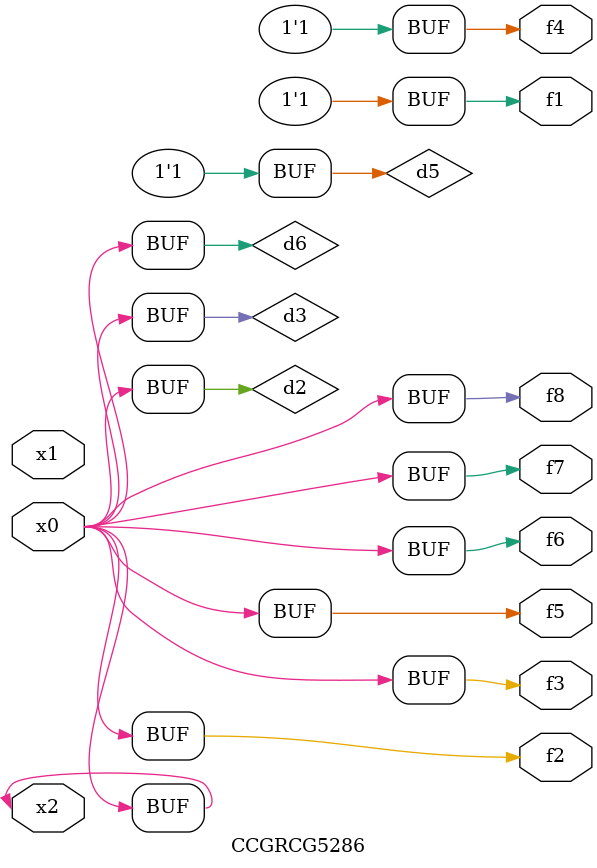
<source format=v>
module CCGRCG5286(
	input x0, x1, x2,
	output f1, f2, f3, f4, f5, f6, f7, f8
);

	wire d1, d2, d3, d4, d5, d6;

	xnor (d1, x2);
	buf (d2, x0, x2);
	and (d3, x0);
	xnor (d4, x1, x2);
	nand (d5, d1, d3);
	buf (d6, d2, d3);
	assign f1 = d5;
	assign f2 = d6;
	assign f3 = d6;
	assign f4 = d5;
	assign f5 = d6;
	assign f6 = d6;
	assign f7 = d6;
	assign f8 = d6;
endmodule

</source>
